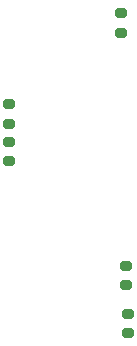
<source format=gbr>
%TF.GenerationSoftware,KiCad,Pcbnew,9.0.2*%
%TF.CreationDate,2025-08-07T20:28:25-04:00*%
%TF.ProjectId,3Dwelderpcbstuff,33447765-6c64-4657-9270-636273747566,rev?*%
%TF.SameCoordinates,Original*%
%TF.FileFunction,Paste,Bot*%
%TF.FilePolarity,Positive*%
%FSLAX46Y46*%
G04 Gerber Fmt 4.6, Leading zero omitted, Abs format (unit mm)*
G04 Created by KiCad (PCBNEW 9.0.2) date 2025-08-07 20:28:25*
%MOMM*%
%LPD*%
G01*
G04 APERTURE LIST*
G04 Aperture macros list*
%AMRoundRect*
0 Rectangle with rounded corners*
0 $1 Rounding radius*
0 $2 $3 $4 $5 $6 $7 $8 $9 X,Y pos of 4 corners*
0 Add a 4 corners polygon primitive as box body*
4,1,4,$2,$3,$4,$5,$6,$7,$8,$9,$2,$3,0*
0 Add four circle primitives for the rounded corners*
1,1,$1+$1,$2,$3*
1,1,$1+$1,$4,$5*
1,1,$1+$1,$6,$7*
1,1,$1+$1,$8,$9*
0 Add four rect primitives between the rounded corners*
20,1,$1+$1,$2,$3,$4,$5,0*
20,1,$1+$1,$4,$5,$6,$7,0*
20,1,$1+$1,$6,$7,$8,$9,0*
20,1,$1+$1,$8,$9,$2,$3,0*%
G04 Aperture macros list end*
%ADD10RoundRect,0.200000X-0.275000X0.200000X-0.275000X-0.200000X0.275000X-0.200000X0.275000X0.200000X0*%
%ADD11RoundRect,0.200000X0.275000X-0.200000X0.275000X0.200000X-0.275000X0.200000X-0.275000X-0.200000X0*%
G04 APERTURE END LIST*
D10*
%TO.C,R4*%
X149600000Y-78200000D03*
X149600000Y-79850000D03*
%TD*%
%TO.C,R3*%
X149400000Y-74175000D03*
X149400000Y-75825000D03*
%TD*%
D11*
%TO.C,R1*%
X149000000Y-54415000D03*
X149000000Y-52765000D03*
%TD*%
D10*
%TO.C,R2*%
X139500000Y-60500000D03*
X139500000Y-62150000D03*
%TD*%
%TO.C,R5*%
X139500000Y-63675000D03*
X139500000Y-65325000D03*
%TD*%
M02*

</source>
